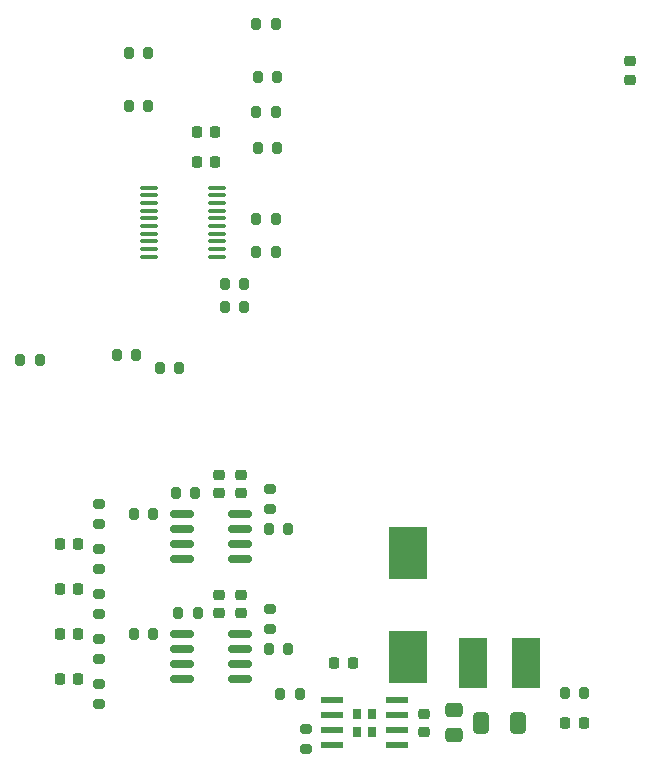
<source format=gbr>
%TF.GenerationSoftware,KiCad,Pcbnew,(6.0.10)*%
%TF.CreationDate,2023-03-05T19:00:04+01:00*%
%TF.ProjectId,HighPrecPosSens,48696768-5072-4656-9350-6f7353656e73,1*%
%TF.SameCoordinates,Original*%
%TF.FileFunction,Paste,Top*%
%TF.FilePolarity,Positive*%
%FSLAX46Y46*%
G04 Gerber Fmt 4.6, Leading zero omitted, Abs format (unit mm)*
G04 Created by KiCad (PCBNEW (6.0.10)) date 2023-03-05 19:00:04*
%MOMM*%
%LPD*%
G01*
G04 APERTURE LIST*
G04 Aperture macros list*
%AMRoundRect*
0 Rectangle with rounded corners*
0 $1 Rounding radius*
0 $2 $3 $4 $5 $6 $7 $8 $9 X,Y pos of 4 corners*
0 Add a 4 corners polygon primitive as box body*
4,1,4,$2,$3,$4,$5,$6,$7,$8,$9,$2,$3,0*
0 Add four circle primitives for the rounded corners*
1,1,$1+$1,$2,$3*
1,1,$1+$1,$4,$5*
1,1,$1+$1,$6,$7*
1,1,$1+$1,$8,$9*
0 Add four rect primitives between the rounded corners*
20,1,$1+$1,$2,$3,$4,$5,0*
20,1,$1+$1,$4,$5,$6,$7,0*
20,1,$1+$1,$6,$7,$8,$9,0*
20,1,$1+$1,$8,$9,$2,$3,0*%
G04 Aperture macros list end*
%ADD10RoundRect,0.200000X-0.200000X-0.275000X0.200000X-0.275000X0.200000X0.275000X-0.200000X0.275000X0*%
%ADD11RoundRect,0.225000X0.225000X0.250000X-0.225000X0.250000X-0.225000X-0.250000X0.225000X-0.250000X0*%
%ADD12RoundRect,0.200000X0.200000X0.275000X-0.200000X0.275000X-0.200000X-0.275000X0.200000X-0.275000X0*%
%ADD13RoundRect,0.200000X0.275000X-0.200000X0.275000X0.200000X-0.275000X0.200000X-0.275000X-0.200000X0*%
%ADD14RoundRect,0.200000X-0.275000X0.200000X-0.275000X-0.200000X0.275000X-0.200000X0.275000X0.200000X0*%
%ADD15RoundRect,0.225000X-0.250000X0.225000X-0.250000X-0.225000X0.250000X-0.225000X0.250000X0.225000X0*%
%ADD16RoundRect,0.225000X0.250000X-0.225000X0.250000X0.225000X-0.250000X0.225000X-0.250000X-0.225000X0*%
%ADD17RoundRect,0.250000X-0.475000X0.337500X-0.475000X-0.337500X0.475000X-0.337500X0.475000X0.337500X0*%
%ADD18RoundRect,0.150000X-0.825000X-0.150000X0.825000X-0.150000X0.825000X0.150000X-0.825000X0.150000X0*%
%ADD19R,1.910000X0.610000*%
%ADD20R,0.723000X0.930000*%
%ADD21RoundRect,0.225000X-0.225000X-0.250000X0.225000X-0.250000X0.225000X0.250000X-0.225000X0.250000X0*%
%ADD22RoundRect,0.250000X0.412500X0.650000X-0.412500X0.650000X-0.412500X-0.650000X0.412500X-0.650000X0*%
%ADD23R,2.400000X4.200000*%
%ADD24RoundRect,0.100000X-0.637500X-0.100000X0.637500X-0.100000X0.637500X0.100000X-0.637500X0.100000X0*%
%ADD25R,3.300000X4.500000*%
G04 APERTURE END LIST*
D10*
%TO.C,R19*%
X85265000Y-72480864D03*
X86915000Y-72480864D03*
%TD*%
%TO.C,R27*%
X86355000Y-107750864D03*
X88005000Y-107750864D03*
%TD*%
D11*
%TO.C,C20*%
X70175000Y-120450864D03*
X68625000Y-120450864D03*
%TD*%
D10*
%TO.C,R2*%
X87330000Y-121720864D03*
X88980000Y-121720864D03*
%TD*%
D12*
%TO.C,R3*%
X113045000Y-121610864D03*
X111395000Y-121610864D03*
%TD*%
D13*
%TO.C,R22*%
X86418000Y-116195864D03*
X86418000Y-114545864D03*
%TD*%
D14*
%TO.C,R4*%
X89480000Y-124720864D03*
X89480000Y-126370864D03*
%TD*%
D12*
%TO.C,R26*%
X76575000Y-106480864D03*
X74925000Y-106480864D03*
%TD*%
D10*
%TO.C,R25*%
X86355000Y-117910864D03*
X88005000Y-117910864D03*
%TD*%
%TO.C,R24*%
X78672000Y-114862864D03*
X80322000Y-114862864D03*
%TD*%
D13*
%TO.C,R10*%
X71940000Y-107305864D03*
X71940000Y-105655864D03*
%TD*%
D10*
%TO.C,R9*%
X77100000Y-94080864D03*
X78750000Y-94080864D03*
%TD*%
D15*
%TO.C,C21*%
X116941600Y-68160600D03*
X116941600Y-69710600D03*
%TD*%
D11*
%TO.C,C17*%
X70175000Y-109020864D03*
X68625000Y-109020864D03*
%TD*%
D16*
%TO.C,C12*%
X82100000Y-104715864D03*
X82100000Y-103165864D03*
%TD*%
D17*
%TO.C,C2*%
X102060000Y-123113364D03*
X102060000Y-125188364D03*
%TD*%
D10*
%TO.C,R18*%
X85265000Y-64980864D03*
X86915000Y-64980864D03*
%TD*%
D18*
%TO.C,U4*%
X78990000Y-116640864D03*
X78990000Y-117910864D03*
X78990000Y-119180864D03*
X78990000Y-120450864D03*
X83940000Y-120450864D03*
X83940000Y-119180864D03*
X83940000Y-117910864D03*
X83940000Y-116640864D03*
%TD*%
D12*
%TO.C,R6*%
X76120000Y-71980864D03*
X74470000Y-71980864D03*
%TD*%
D11*
%TO.C,C16*%
X81785000Y-76690864D03*
X80235000Y-76690864D03*
%TD*%
D10*
%TO.C,R20*%
X85265000Y-81480864D03*
X86915000Y-81480864D03*
%TD*%
%TO.C,R15*%
X85425000Y-69480864D03*
X87075000Y-69480864D03*
%TD*%
D11*
%TO.C,C19*%
X70175000Y-112830864D03*
X68625000Y-112830864D03*
%TD*%
D12*
%TO.C,R8*%
X84250000Y-86980864D03*
X82600000Y-86980864D03*
%TD*%
%TO.C,R5*%
X76120000Y-67480864D03*
X74470000Y-67480864D03*
%TD*%
D15*
%TO.C,C1*%
X99520000Y-123375864D03*
X99520000Y-124925864D03*
%TD*%
D13*
%TO.C,R23*%
X86418000Y-106035864D03*
X86418000Y-104385864D03*
%TD*%
D18*
%TO.C,U3*%
X78990000Y-106480864D03*
X78990000Y-107750864D03*
X78990000Y-109020864D03*
X78990000Y-110290864D03*
X83940000Y-110290864D03*
X83940000Y-109020864D03*
X83940000Y-107750864D03*
X83940000Y-106480864D03*
%TD*%
D19*
%TO.C,U1*%
X91660000Y-122245864D03*
X91660000Y-123515864D03*
X91660000Y-124785864D03*
X91660000Y-126055864D03*
X97220000Y-126055864D03*
X97220000Y-124785864D03*
X97220000Y-123515864D03*
X97220000Y-122245864D03*
D20*
X95042500Y-123375864D03*
X93837500Y-123375864D03*
X95042500Y-124925864D03*
X93837500Y-124925864D03*
%TD*%
D10*
%TO.C,R21*%
X78481000Y-104702864D03*
X80131000Y-104702864D03*
%TD*%
D21*
%TO.C,C3*%
X91900000Y-119070864D03*
X93450000Y-119070864D03*
%TD*%
%TO.C,C5*%
X111445000Y-124150864D03*
X112995000Y-124150864D03*
%TD*%
D22*
%TO.C,C4*%
X107432500Y-124150864D03*
X104307500Y-124150864D03*
%TD*%
D13*
%TO.C,R12*%
X71940000Y-114925864D03*
X71940000Y-113275864D03*
%TD*%
D16*
%TO.C,C13*%
X84005000Y-114875864D03*
X84005000Y-113325864D03*
%TD*%
D12*
%TO.C,R7*%
X84250000Y-88980864D03*
X82600000Y-88980864D03*
%TD*%
D23*
%TO.C,L1*%
X103620000Y-119070864D03*
X108120000Y-119070864D03*
%TD*%
D10*
%TO.C,R17*%
X85265000Y-84310864D03*
X86915000Y-84310864D03*
%TD*%
%TO.C,R16*%
X85425000Y-75480864D03*
X87075000Y-75480864D03*
%TD*%
D11*
%TO.C,C15*%
X81785000Y-74150864D03*
X80235000Y-74150864D03*
%TD*%
%TO.C,C18*%
X70175000Y-116640864D03*
X68625000Y-116640864D03*
%TD*%
D12*
%TO.C,R28*%
X76575000Y-116640864D03*
X74925000Y-116640864D03*
%TD*%
D24*
%TO.C,U5*%
X76242500Y-78845864D03*
X76242500Y-79495864D03*
X76242500Y-80145864D03*
X76242500Y-80795864D03*
X76242500Y-81445864D03*
X76242500Y-82095864D03*
X76242500Y-82745864D03*
X76242500Y-83395864D03*
X76242500Y-84045864D03*
X76242500Y-84695864D03*
X81967500Y-84695864D03*
X81967500Y-84045864D03*
X81967500Y-83395864D03*
X81967500Y-82745864D03*
X81967500Y-82095864D03*
X81967500Y-81445864D03*
X81967500Y-80795864D03*
X81967500Y-80145864D03*
X81967500Y-79495864D03*
X81967500Y-78845864D03*
%TD*%
D16*
%TO.C,C11*%
X82100000Y-114875864D03*
X82100000Y-113325864D03*
%TD*%
D10*
%TO.C,R29*%
X65300000Y-93480864D03*
X66950000Y-93480864D03*
%TD*%
D25*
%TO.C,D8*%
X98150000Y-118580864D03*
X98150000Y-109780864D03*
%TD*%
D12*
%TO.C,R1*%
X75118000Y-92980864D03*
X73468000Y-92980864D03*
%TD*%
D13*
%TO.C,R14*%
X71940000Y-122545864D03*
X71940000Y-120895864D03*
%TD*%
D16*
%TO.C,C14*%
X84005000Y-104715864D03*
X84005000Y-103165864D03*
%TD*%
D13*
%TO.C,R11*%
X71940000Y-111115864D03*
X71940000Y-109465864D03*
%TD*%
%TO.C,R13*%
X71940000Y-118735864D03*
X71940000Y-117085864D03*
%TD*%
M02*

</source>
